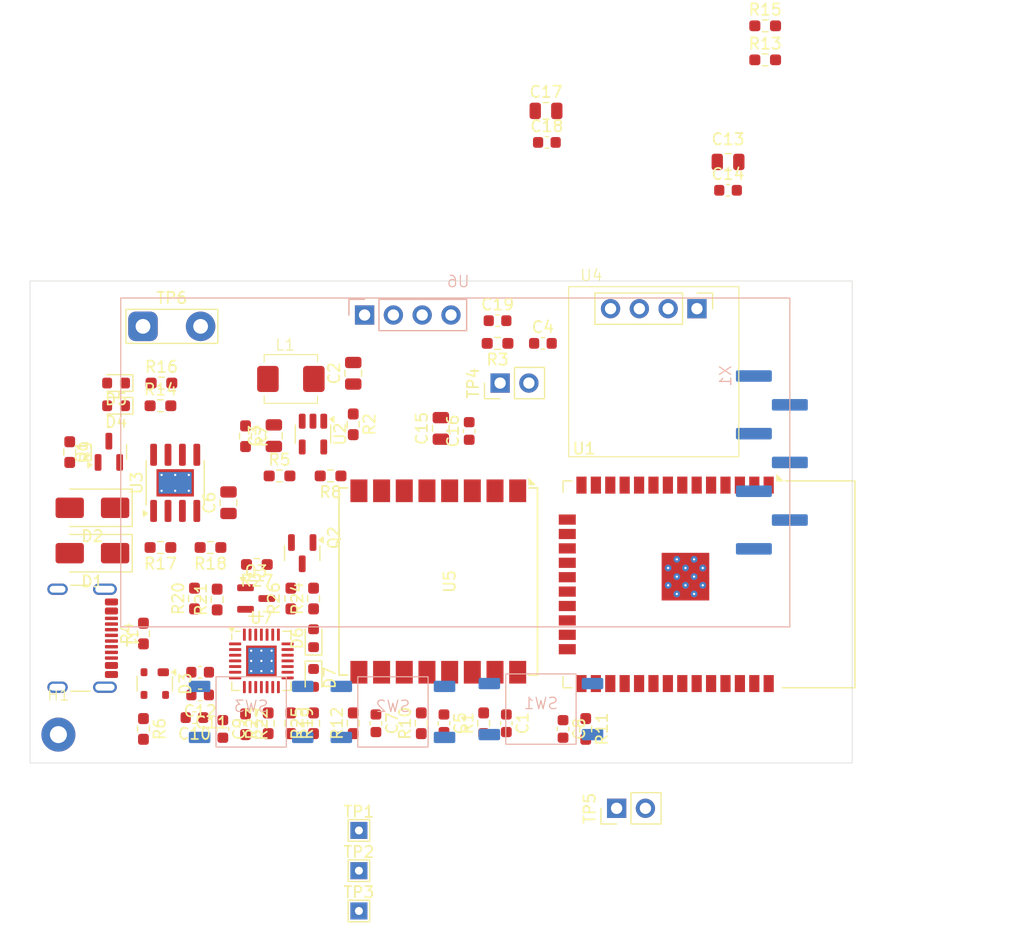
<source format=kicad_pcb>
(kicad_pcb (version 20241229) (generator "pcbnew") (generator_version "9.0")
  (layers (0 "F.Cu" signal) (2 "B.Cu" signal) (13 "F.Paste" user) (15 "B.Paste" user) (5 "F.SilkS" user "F.Silkscreen") (7 "B.SilkS" user "B.Silkscreen") (1 "F.Mask" user) (3 "B.Mask" user) (25 "Edge.Cuts" user))
  (net 0 "")
  (net 1 "Vusb")
  (net 2 "GND")
  (net 3 "Net-(D2-K)")
  (net 4 "+Vin")
  (net 6 "Net-(J1-CC2)")
  (net 8 "Net-(J1-CC1)")
  (net 9 "VDDcp")
  (net 10 "+Vch")
  (net 11 "/EN")
  (net 12 "/GPIO0")
  (net 13 "Net-(D5-K)")
  (net 14 "Net-(D6-K)")
  (net 15 "Net-(D6-A)")
  (net 17 "Net-(D7-A)")
  (net 20 "Net-(D4-K)")
  (net 21 "/BTN0")
  (net 22 "/BTN1")
  (net 23 "/D_N")
  (net 24 "/D_P")
  (net 25 "Net-(D7-K)")
  (net 26 "/BTN2")
  (net 27 "Net-(U2-SW)")
  (net 28 "+Vbat")
  (net 29 "/RTS")
  (net 30 "Net-(Q3-B)")
  (net 39 "Net-(R1-Pad1)")
  (net 41 "Net-(R2-Pad2)")
  (net 42 "/DTR")
  (net 43 "Net-(Q2-B)")
  (net 44 "Net-(U2-FB)")
  (net 45 "Net-(R10-Pad1)")
  (net 46 "/TXD")
  (net 47 "/RXD0")
  (net 48 "/TXD0")
  (net 49 "/RXD")
  (net 50 "/LORA_IRQ")
  (net 53 "/SPI_MISO")
  (net 55 "/SPI_CS")
  (net 56 "Net-(R12-Pad1)")
  (net 57 "/VBAT_S")
  (net 58 "Net-(U3-~{CHRG})")
  (net 59 "Net-(U3-~{STDBY})")
  (net 60 "Net-(R17-Pad1)")
  (net 61 "Net-(U3-PROG)")
  (net 62 "Net-(U7-~{RST})")
  (net 63 "Net-(U7-VBUS)")
  (net 71 "/SDA1")
  (net 73 "/SDA0")
  (net 74 "/SPI_CLK")
  (net 75 "/SCL0")
  (net 76 "/SCL1")
  (net 77 "/LORA_RST")
  (net 78 "/SPI_MOSI")
  (net 92 "/TFT_SDA")
  (net 93 "/TFT_RST")
  (net 94 "/TFT_BLK")
  (net 95 "/TFT_DC")
  (net 96 "/TFT_CLK")
  (net 97 "/TFT_CS")
  (footprint "Resistor_SMD:R_0603_1608Metric_Pad0.98x0.95mm_HandSolder" (layer "F.Cu") (at 212 101 90)
    (property "Reference" "R20" (at 0 -1.43 90) (layer "F.SilkS"))
    (property "Value" "470")
    (pad "1" smd roundrect (at -0.9125 0 90) (size 0.975 0.95) (layers "F.Cu" "F.Mask" "F.Paste") (net 46 "/TXD"))
    (pad "2" smd roundrect (at 0.9125 0 90) (size 0.975 0.95) (layers "F.Cu" "F.Mask" "F.Paste") (net 47 "/RXD0"))
  )
  (footprint "Capacitor_SMD:C_0603_1608Metric" (layer "F.Cu") (at 239.5 112 -90)
    (property "Reference" "C1" (at 0 -1.43 90) (layer "F.SilkS"))
    (property "Value" "100n")
    (pad "1" smd roundrect (at -0.775 0 270) (size 0.9 0.95) (layers "F.Cu" "F.Mask" "F.Paste") (net 21 "/BTN0"))
    (pad "2" smd roundrect (at 0.775 0 270) (size 0.9 0.95) (layers "F.Cu" "F.Mask" "F.Paste") (net 2 "GND"))
  )
  (footprint "weather_station_lib:BMP280_AHT20" (layer "F.Cu") (at 252.5 81)
    (property "Reference" "U4" (at -5.5 -8.5 0) (layer "F.SilkS") (effects (font (thickness 0.1))))
    (property "Value" "~")
    (pad "1" thru_hole rect (at 3.81 -5.56 270) (size 1.7 1.7) (drill 1) (layers "*.Cu" "*.Mask") (net 4 "+Vin"))
    (pad "2" thru_hole circle (at 1.27 -5.56 270) (size 1.7 1.7) (drill 1) (layers "*.Cu" "*.Mask") (net 73 "/SDA0"))
    (pad "3" thru_hole circle (at -1.27 -5.56 270) (size 1.7 1.7) (drill 1) (layers "*.Cu" "*.Mask") (net 2 "GND"))
    (pad "4" thru_hole circle (at -3.81 -5.56 270) (size 1.7 1.7) (drill 1) (layers "*.Cu" "*.Mask") (net 75 "/SCL0"))
  )
  (footprint "Resistor_SMD:R_0603_1608Metric_Pad0.98x0.95mm_HandSolder" (layer "F.Cu") (at 213.4125 96.5 180)
    (property "Reference" "R18" (at 0 -1.43 0) (layer "F.SilkS"))
    (property "Value" "1k")
    (pad "1" smd roundrect (at -0.9125 0 180) (size 0.975 0.95) (layers "F.Cu" "F.Mask" "F.Paste") (net 2 "GND"))
    (pad "2" smd roundrect (at 0.9125 0 180) (size 0.975 0.95) (layers "F.Cu" "F.Mask" "F.Paste") (net 60 "Net-(R17-Pad1)"))
  )
  (footprint "Capacitor_SMD:C_0603_1608Metric" (layer "F.Cu") (at 259.05 65)
    (property "Reference" "C14" (at 0 -1.43 0) (layer "F.SilkS"))
    (property "Value" "100n")
    (pad "1" smd roundrect (at -0.775 0) (size 0.9 0.95) (layers "F.Cu" "F.Mask" "F.Paste") (net 4 "+Vin"))
    (pad "2" smd roundrect (at 0.775 0) (size 0.9 0.95) (layers "F.Cu" "F.Mask" "F.Paste") (net 2 "GND"))
  )
  (footprint "Connector_USB:USB_C_Receptacle_GCT_USB4105-xx-A_16P_TopMnt_Horizontal" (layer "F.Cu") (at 201 104.5 -90)
    (property "Reference" "J1" (at 0 -5.5 270) (layer "F.SilkS"))
    (property "Value" "USB_C_Receptacle_USB2.0_16P")
    (pad "" np_thru_hole circle (at -2.89 -2.605 270) (size 0.65 0.65) (drill 0.65) (layers "*.Cu" "*.Mask"))
    (pad "" np_thru_hole circle (at 2.89 -2.605 270) (size 0.65 0.65) (drill 0.65) (layers "*.Cu" "*.Mask"))
    (pad "A1" smd roundrect (at -3.2 -3.68 270) (size 0.6 1.15) (layers "F.Cu" "F.Mask" "F.Paste") (net 2 "GND"))
    (pad "A4" smd roundrect (at -2.4 -3.68 270) (size 0.6 1.15) (layers "F.Cu" "F.Mask" "F.Paste") (net 1 "Vusb"))
    (pad "A5" smd roundrect (at -1.25 -3.68 270) (size 0.3 1.15) (layers "F.Cu" "F.Mask" "F.Paste") (net 8 "Net-(J1-CC1)"))
    (pad "A6" smd roundrect (at -0.25 -3.68 270) (size 0.3 1.15) (layers "F.Cu" "F.Mask" "F.Paste") (net 24 "/D_P"))
    (pad "A7" smd roundrect (at 0.25 -3.68 270) (size 0.3 1.15) (layers "F.Cu" "F.Mask" "F.Paste") (net 23 "/D_N"))
    (pad "A8" smd roundrect (at 1.25 -3.68 270) (size 0.3 1.15) (layers "F.Cu" "F.Mask" "F.Paste"))
    (pad "A9" smd roundrect (at 2.4 -3.68 270) (size 0.6 1.15) (layers "F.Cu" "F.Mask" "F.Paste") (net 1 "Vusb"))
    (pad "A12" smd roundrect (at 3.2 -3.68 270) (size 0.6 1.15) (layers "F.Cu" "F.Mask" "F.Paste") (net 2 "GND"))
    (pad "B1" smd roundrect (at 3.2 -3.68 270) (size 0.6 1.15) (layers "F.Cu" "F.Mask" "F.Paste") (net 2 "GND"))
    (pad "B4" smd roundrect (at 2.4 -3.68 270) (size 0.6 1.15) (layers "F.Cu" "F.Mask" "F.Paste") (net 1 "Vusb"))
    (pad "B5" smd roundrect (at 1.75 -3.68 270) (size 0.3 1.15) (layers "F.Cu" "F.Mask" "F.Paste") (net 6 "Net-(J1-CC2)"))
    (pad "B6" smd roundrect (at 0.75 -3.68 270) (size 0.3 1.15) (layers "F.Cu" "F.Mask" "F.Paste") (net 24 "/D_P"))
    (pad "B7" smd roundrect (at -0.75 -3.68 270) (size 0.3 1.15) (layers "F.Cu" "F.Mask" "F.Paste") (net 23 "/D_N"))
    (pad "B8" smd roundrect (at -1.75 -3.68 270) (size 0.3 1.15) (layers "F.Cu" "F.Mask" "F.Paste"))
    (pad "B9" smd roundrect (at -2.4 -3.68 270) (size 0.6 1.15) (layers "F.Cu" "F.Mask" "F.Paste") (net 1 "Vusb"))
    (pad "B12" smd roundrect (at -3.2 -3.68 270) (size 0.6 1.15) (layers "F.Cu" "F.Mask" "F.Paste") (net 2 "GND"))
    (pad "S1" thru_hole oval (at -4.32 -3.105 270) (size 1 2.1) (drill oval 0.6 1.7) (property pad_prop_heatsink) (layers "*.Cu" "*.Mask" "F.Paste") (net 2 "GND"))
    (pad "S1" thru_hole oval (at -4.32 1.075 270) (size 1 1.8) (drill oval 0.6 1.4) (property pad_prop_heatsink) (layers "*.Cu" "*.Mask" "F.Paste") (net 2 "GND"))
    (pad "S1" thru_hole oval (at 4.32 -3.105 270) (size 1 2.1) (drill oval 0.6 1.7) (property pad_prop_heatsink) (layers "*.Cu" "*.Mask" "F.Paste") (net 2 "GND"))
    (pad "S1" thru_hole oval (at 4.32 1.075 270) (size 1 1.8) (drill oval 0.6 1.4) (property pad_prop_heatsink) (layers "*.Cu" "*.Mask" "F.Paste") (net 2 "GND"))
  )
  (footprint "Package_TO_SOT_SMD:SOT-23-5" (layer "F.Cu") (at 222.45 86.5 -90)
    (property "Reference" "U2" (at 0 -2.4 90) (layer "F.SilkS"))
    (property "Value" "TLV62569")
    (pad "1" smd roundrect (at -1.1375 -0.95 270) (size 1.325 0.6) (layers "F.Cu" "F.Mask" "F.Paste") (net 3 "Net-(D2-K)"))
    (pad "2" smd roundrect (at -1.1375 0 270) (size 1.325 0.6) (layers "F.Cu" "F.Mask" "F.Paste") (net 2 "GND"))
    (pad "3" smd roundrect (at -1.1375 0.95 270) (size 1.325 0.6) (layers "F.Cu" "F.Mask" "F.Paste") (net 27 "Net-(U2-SW)"))
    (pad "4" smd roundrect (at 1.1375 0.95 270) (size 1.325 0.6) (layers "F.Cu" "F.Mask" "F.Paste") (net 3 "Net-(D2-K)"))
    (pad "5" smd roundrect (at 1.1375 -0.95 270) (size 1.325 0.6) (layers "F.Cu" "F.Mask" "F.Paste") (net 44 "Net-(U2-FB)"))
  )
  (footprint "Resistor_SMD:R_0603_1608Metric_Pad0.98x0.95mm_HandSolder" (layer "F.Cu") (at 216.5 112.0875 -90)
    (property "Reference" "R22" (at 0 -1.43 90) (layer "F.SilkS"))
    (property "Value" "22k1")
    (pad "1" smd roundrect (at -0.9125 0 270) (size 0.975 0.95) (layers "F.Cu" "F.Mask" "F.Paste") (net 63 "Net-(U7-VBUS)"))
    (pad "2" smd roundrect (at 0.9125 0 270) (size 0.975 0.95) (layers "F.Cu" "F.Mask" "F.Paste") (net 1 "Vusb"))
  )
  (footprint "Diode_SMD:D_SMA" (layer "F.Cu") (at 203 93 180)
    (property "Reference" "D2" (at 0 -2.5 0) (layer "F.SilkS"))
    (property "Value" "D_Schottky")
    (pad "1" smd roundrect (at -2 0 180) (size 2.5 1.8) (layers "F.Cu" "F.Mask" "F.Paste") (roundrect_rratio 0.1388888889) (net 3 "Net-(D2-K)"))
    (pad "2" smd roundrect (at 2 0 180) (size 2.5 1.8) (layers "F.Cu" "F.Mask" "F.Paste") (roundrect_rratio 0.1388888889) (net 1 "Vusb"))
  )
  (footprint "Resistor_SMD:R_0603_1608Metric_Pad0.98x0.95mm_HandSolder" (layer "F.Cu") (at 226 112 90)
    (property "Reference" "R12" (at 0 -1.43 90) (layer "F.SilkS"))
    (property "Value" "1k")
    (pad "1" smd roundrect (at -0.9125 0 90) (size 0.975 0.95) (layers "F.Cu" "F.Mask" "F.Paste") (net 56 "Net-(R12-Pad1)"))
    (pad "2" smd roundrect (at 0.9125 0 90) (size 0.975 0.95) (layers "F.Cu" "F.Mask" "F.Paste") (net 26 "/BTN2"))
  )
  (footprint "Capacitor_SMD:C_0805_2012Metric" (layer "F.Cu") (at 226 81.1375 90)
    (property "Reference" "C2" (at 0 -1.68 90) (layer "F.SilkS"))
    (property "Value" "22u")
    (pad "1" smd roundrect (at -0.95 0 90) (size 1 1.45) (layers "F.Cu" "F.Mask" "F.Paste") (net 4 "+Vin"))
    (pad "2" smd roundrect (at 0.95 0 90) (size 1 1.45) (layers "F.Cu" "F.Mask" "F.Paste") (net 2 "GND"))
  )
  (footprint "LED_SMD:LED_0603_1608Metric" (layer "F.Cu") (at 222.5 104.5 90)
    (property "Reference" "D6" (at 0 -1.43 90) (layer "F.SilkS"))
    (property "Value" "LED")
    (pad "1" smd roundrect (at -0.7875 0 90) (size 0.875 0.95) (layers "F.Cu" "F.Mask" "F.Paste") (net 14 "Net-(D6-K)"))
    (pad "2" smd roundrect (at 0.7875 0 90) (size 0.875 0.95) (layers "F.Cu" "F.Mask" "F.Paste") (net 15 "Net-(D6-A)"))
  )
  (footprint "Capacitor_SMD:C_0603_1608Metric" (layer "F.Cu") (at 212.5 109.5 180)
    (property "Reference" "C12" (at 0 -1.43 0) (layer "F.SilkS"))
    (property "Value" "4u7")
    (pad "1" smd roundrect (at -0.775 0 180) (size 0.9 0.95) (layers "F.Cu" "F.Mask" "F.Paste") (net 9 "VDDcp"))
    (pad "2" smd roundrect (at 0.775 0 180) (size 0.9 0.95) (layers "F.Cu" "F.Mask" "F.Paste") (net 2 "GND"))
  )
  (footprint "Capacitor_SMD:C_0805_2012Metric" (layer "F.Cu") (at 259.05 62.5)
    (property "Reference" "C13" (at 0 -2 0) (layer "F.SilkS"))
    (property "Value" "22u")
    (pad "1" smd roundrect (at -0.95 0) (size 1 1.45) (layers "F.Cu" "F.Mask" "F.Paste") (net 4 "+Vin"))
    (pad "2" smd roundrect (at 0.95 0) (size 1 1.45) (layers "F.Cu" "F.Mask" "F.Paste") (net 2 "GND"))
  )
  (footprint "Resistor_SMD:R_0603_1608Metric_Pad0.98x0.95mm_HandSolder" (layer "F.Cu") (at 238.725 78.5 180)
    (property "Reference" "R3" (at 0 -1.43 0) (layer "F.SilkS"))
    (property "Value" "12k")
    (pad "1" smd roundrect (at -0.9125 0 180) (size 0.975 0.95) (layers "F.Cu" "F.Mask" "F.Paste") (net 11 "/EN"))
    (pad "2" smd roundrect (at 0.9125 0 180) (size 0.975 0.95) (layers "F.Cu" "F.Mask" "F.Paste") (net 4 "+Vin"))
  )
  (footprint "Package_DFN_QFN:QFN-28-1EP_5x5mm_P0.5mm_EP2.7x2.7mm_ThermalVias" (layer "F.Cu") (at 217.9 106.5)
    (property "Reference" "U7" (at 0 -3.8 0) (layer "F.SilkS"))
    (property "Value" "CP2102N-Axx-xQFN28")
    (pad "1" smd roundrect (at -2.3125 -1.5) (size 1.075 0.25) (layers "F.Cu" "F.Mask" "F.Paste"))
    (pad "2" smd roundrect (at -2.3125 -1) (size 1.075 0.25) (layers "F.Cu" "F.Mask" "F.Paste"))
    (pad "3" smd roundrect (at -2.3125 -0.5) (size 1.075 0.25) (layers "F.Cu" "F.Mask" "F.Paste") (net 2 "GND"))
    (pad "4" smd roundrect (at -2.3125 0) (size 1.075 0.25) (layers "F.Cu" "F.Mask" "F.Paste") (net 24 "/D_P"))
    (pad "5" smd roundrect (at -2.3125 0.5) (size 1.075 0.25) (layers "F.Cu" "F.Mask" "F.Paste") (net 23 "/D_N"))
    (pad "6" smd roundrect (at -2.3125 1) (size 1.075 0.25) (layers "F.Cu" "F.Mask" "F.Paste") (net 9 "VDDcp"))
    (pad "7" smd roundrect (at -2.3125 1.5) (size 1.075 0.25) (layers "F.Cu" "F.Mask" "F.Paste") (net 1 "Vusb"))
    (pad "8" smd roundrect (at -1.5 2.3125) (size 0.25 1.075) (layers "F.Cu" "F.Mask" "F.Paste") (net 63 "Net-(U7-VBUS)"))
    (pad "9" smd roundrect (at -1 2.3125) (size 0.25 1.075) (layers "F.Cu" "F.Mask" "F.Paste") (net 62 "Net-(U7-~{RST})"))
    (pad "10" smd roundrect (at -0.5 2.3125) (size 0.25 1.075) (layers "F.Cu" "F.Mask" "F.Paste"))
    (pad "11" smd roundrect (at 0 2.3125) (size 0.25 1.075) (layers "F.Cu" "F.Mask" "F.Paste"))
    (pad "12" smd roundrect (at 0.5 2.3125) (size 0.25 1.075) (layers "F.Cu" "F.Mask" "F.Paste"))
    (pad "13" smd roundrect (at 1 2.3125) (size 0.25 1.075) (layers "F.Cu" "F.Mask" "F.Paste"))
    (pad "14" smd roundrect (at 1.5 2.3125) (size 0.25 1.075) (layers "F.Cu" "F.Mask" "F.Paste"))
    (pad "15" smd roundrect (at 2.3125 1.5) (size 1.075 0.25) (layers "F.Cu" "F.Mask" "F.Paste"))
    (pad "16" smd roundrect (at 2.3125 1) (size 1.075 0.25) (layers "F.Cu" "F.Mask" "F.Paste"))
    (pad "17" smd roundrect (at 2.3125 0.5) (size 1.075 0.25) (layers "F.Cu" "F.Mask" "F.Paste"))
    (pad "18" smd roundrect (at 2.3125 0) (size 1.075 0.25) (layers "F.Cu" "F.Mask" "F.Paste") (net 25 "Net-(D7-K)"))
    (pad "19" smd roundrect (at 2.3125 -0.5) (size 1.075 0.25) (layers "F.Cu" "F.Mask" "F.Paste") (net 14 "Net-(D6-K)"))
    (pad "20" smd roundrect (at 2.3125 -1) (size 1.075 0.25) (layers "F.Cu" "F.Mask" "F.Paste"))
    (pad "21" smd roundrect (at 2.3125 -1.5) (size 1.075 0.25) (layers "F.Cu" "F.Mask" "F.Paste"))
    (pad "22" smd roundrect (at 1.5 -2.3125) (size 0.25 1.075) (layers "F.Cu" "F.Mask" "F.Paste"))
    (pad "23" smd roundrect (at 1 -2.3125) (size 0.25 1.075) (layers "F.Cu" "F.Mask" "F.Paste"))
    (pad "24" smd roundrect (at 0.5 -2.3125) (size 0.25 1.075) (layers "F.Cu" "F.Mask" "F.Paste") (net 29 "/RTS"))
    (pad "25" smd roundrect (at 0 -2.3125) (size 0.25 1.075) (layers "F.Cu" "F.Mask" "F.Paste") (net 49 "/RXD"))
    (pad "26" smd roundrect (at -0.5 -2.3125) (size 0.25 1.075) (layers "F.Cu" "F.Mask" "F.Paste") (net 46 "/TXD"))
    (pad "27" smd roundrect (at -1 -2.3125) (size 0.25 1.075) (layers "F.Cu" "F.Mask" "F.Paste"))
    (pad "28" smd roundrect (at -1.5 -2.3125) (size 0.25 1.075) (layers "F.Cu" "F.Mask" "F.Paste") (net 42 "/DTR"))
    (pad "29" thru_hole circle (at -0.9 -0.9) (size 0.5 0.5) (drill 0.2) (property pad_prop_heatsink) (layers "*.Cu") (net 2 "GND"))
    (pad "29" thru_hole circle (at -0.9 0) (size 0.5 0.5) (drill 0.2) (property pad_prop_heatsink) (layers "*.Cu") (net 2 "GND"))
    (pad "29" thru_hole circle (at -0.9 0.9) (size 0.5 0.5) (drill 0.2) (property pad_prop_heatsink) (layers "*.Cu") (net 2 "GND"))
    (pad "29" thru_hole circle (at 0 -0.9) (size 0.5 0.5) (drill 0.2) (property pad_prop_heatsink) (layers "*.Cu") (net 2 "GND"))
    (pad "29" thru_hole circle (at 0 0) (size 0.5 0.5) (drill 0.2) (property pad_prop_heatsink) (layers "*.Cu") (net 2 "GND"))
    (pad "29" smd rect (at 0 0) (size 2.3 2.3) (property pad_prop_heatsink) (layers "B.Cu") (net 2 "GND"))
    (pad "29" smd rect (at 0 0) (size 2.7 2.7) (property pad_prop_heatsink) (layers "F.Cu" "F.Mask") (net 2 "GND"))
    (pad "29" thru_hole circle (at 0 0.9) (size 0.5 0.5) (drill 0.2) (property pad_prop_heatsink) (layers "*.Cu") (net 2 "GND"))
    (pad "29" thru_hole circle (at 0.9 -0.9) (size 0.5 0.5) (drill 0.2) (property pad_prop_heatsink) (layers "*.Cu") (net 2 "GND"))
    (pad "29" thru_hole circle (at 0.9 0) (size 0.5 0.5) (drill 0.2) (property pad_prop_heatsink) (layers "*.Cu") (net 2 "GND"))
    (pad "29" thru_hole circle (at 0.9 0.9) (size 0.5 0.5) (drill 0.2) (property pad_prop_heatsink) (layers "*.Cu") (net 2 "GND"))
  )
  (footprint "TestPoint:TestPoint_THTPad_1.5x1.5mm_Drill0.7mm" (layer "F.Cu") (at 226.5 128.55)
    (property "Reference" "TP3" (at 0 -1.648 0) (layer "F.SilkS"))
    (property "Value" "TestPoint")
    (pad "1" thru_hole rect (at 0 0) (size 1.5 1.5) (drill 0.7) (layers "*.Cu" "*.Mask") (net 47 "/RXD0"))
  )
  (footprint "Resistor_SMD:R_0603_1608Metric_Pad0.98x0.95mm_HandSolder" (layer "F.Cu") (at 201 88.0875 -90)
    (property "Reference" "R9" (at 0 -1.43 90) (layer "F.SilkS"))
    (property "Value" "12k")
    (pad "1" smd roundrect (at -0.9125 0 270) (size 0.975 0.95) (layers "F.Cu" "F.Mask" "F.Paste") (net 2 "GND"))
    (pad "2" smd roundrect (at 0.9125 0 270) (size 0.975 0.95) (layers "F.Cu" "F.Mask" "F.Paste") (net 1 "Vusb"))
  )
  (footprint "weather_station_lib:SOT-23_(pins_12_inverted)" (layer "F.Cu") (at 217.4375 101)
    (property "Reference" "Q3" (at 0 -2.4 0) (layer "F.SilkS"))
    (property "Value" "S8050")
    (pad "1" smd roundrect (at -0.9375 0.95) (size 1.475 0.6) (layers "F.Cu" "F.Mask" "F.Paste") (net 42 "/DTR"))
    (pad "2" smd roundrect (at -0.9375 -0.95) (size 1.475 0.6) (layers "F.Cu" "F.Mask" "F.Paste") (net 30 "Net-(Q3-B)"))
    (pad "3" smd roundrect (at 0.9375 0) (size 1.475 0.6) (layers "F.Cu" "F.Mask" "F.Paste") (net 12 "/GPIO0"))
  )
  (footprint "Diode_SMD:D_SMA" (layer "F.Cu") (at 203 97 180)
    (property "Reference" "D1" (at 0 -2.5 0) (layer "F.SilkS"))
    (property "Value" "D_Schottky")
    (pad "1" smd roundrect (at -2 0 180) (size 2.5 1.8) (layers "F.Cu" "F.Mask" "F.Paste") (roundrect_rratio 0.1388888889) (net 10 "+Vch"))
    (pad "2" smd roundrect (at 2 0 180) (size 2.5 1.8) (layers "F.Cu" "F.Mask" "F.Paste") (roundrect_rratio 0.1388888889) (net 1 "Vusb"))
  )
  (footprint "Capacitor_SMD:C_0603_1608Metric" (layer "F.Cu") (at 238.725 76.5)
    (property "Reference" "C19" (at 0 -1.43 0) (layer "F.SilkS"))
    (property "Value" "100n")
    (pad "1" smd roundrect (at -0.775 0) (size 0.9 0.95) (layers "F.Cu" "F.Mask" "F.Paste") (net 4 "+Vin"))
    (pad "2" smd roundrect (at 0.775 0) (size 0.9 0.95) (layers "F.Cu" "F.Mask" "F.Paste") (net 2 "GND"))
  )
  (footprint "Resistor_SMD:R_0603_1608Metric_Pad0.98x0.95mm_HandSolder" (layer "F.Cu") (at 218.5 112 90)
    (property "Reference" "R23" (at 0 -1.43 90) (layer "F.SilkS"))
    (property "Value" "47k5")
    (pad "1" smd roundrect (at -0.9125 0 90) (size 0.975 0.95) (layers "F.Cu" "F.Mask" "F.Paste") (net 2 "GND"))
    (pad "2" smd roundrect (at 0.9125 0 90) (size 0.975 0.95) (layers "F.Cu" "F.Mask" "F.Paste") (net 63 "Net-(U7-VBUS)"))
  )
  (footprint "Resistor_SMD:R_0603_1608Metric_Pad0.98x0.95mm_HandSolder" (layer "F.Cu") (at 237.5 112 90)
    (property "Reference" "R1" (at 0 -1.43 90) (layer "F.SilkS"))
    (property "Value" "1k")
    (pad "1" smd roundrect (at -0.9125 0 90) (size 0.975 0.95) (layers "F.Cu" "F.Mask" "F.Paste") (net 39 "Net-(R1-Pad1)"))
    (pad "2" smd roundrect (at 0.9125 0 90) (size 0.975 0.95) (layers "F.Cu" "F.Mask" "F.Paste") (net 21 "/BTN0"))
  )
  (footprint "Resistor_SMD:R_0603_1608Metric_Pad0.98x0.95mm_HandSolder" (layer "F.Cu") (at 217.5 98 180)
    (property "Reference" "R27" (at 0 -1.43 0) (layer "F.SilkS"))
    (property "Value" "12k")
    (pad "1" smd roundrect (at -0.9125 0 180) (size 0.975 0.95) (layers "F.Cu" "F.Mask" "F.Paste") (net 29 "/RTS"))
    (pad "2" smd roundrect (at 0.9125 0 180) (size 0.975 0.95) (layers "F.Cu" "F.Mask" "F.Paste") (net 30 "Net-(Q3-B)"))
  )
  (footprint "Resistor_SMD:R_0603_1608Metric_Pad0.98x0.95mm_HandSolder" (layer "F.Cu") (at 262.325 53.5)
    (property "Reference" "R13" (at 0 -1.43 0) (layer "F.SilkS"))
    (property "Value" "100k")
    (pad "1" smd roundrect (at -0.9125 0) (size 0.975 0.95) (layers "F.Cu" "F.Mask" "F.Paste") (net 57 "/VBAT_S"))
    (pad "2" smd roundrect (at 0.9125 0) (size 0.975 0.95) (layers "F.Cu" "F.Mask" "F.Paste") (net 28 "+Vbat"))
  )
  (footprint "TestPoint:TestPoint_THTPad_1.5x1.5mm_Drill0.7mm" (layer "F.Cu") (at 226.5 125)
    (property "Reference" "TP2" (at 0 -1.648 0) (layer "F.SilkS"))
    (property "Value" "TestPoint")
    (pad "1" thru_hole rect (at 0 0) (size 1.5 1.5) (drill 0.7) (layers "*.Cu" "*.Mask") (net 48 "/TXD0"))
  )
  (footprint "Resistor_SMD:R_0603_1608Metric_Pad0.98x0.95mm_HandSolder" (layer "F.Cu") (at 246.5 112.5 -90)
    (property "Reference" "R11" (at 0 -1.43 90) (layer "F.SilkS"))
    (property "Value" "12k")
    (pad "1" smd roundrect (at -0.9125 0 270) (size 0.975 0.95) (layers "F.Cu" "F.Mask" "F.Paste") (net 12 "/GPIO0"))
    (pad "2" smd roundrect (at 0.9125 0 270) (size 0.975 0.95) (layers "F.Cu" "F.Mask" "F.Paste") (net 4 "+Vin"))
  )
  (footprint "weather_station_lib:SOT-23_(pins_inverted)" (layer "F.Cu") (at 204.45 88.0625 90)
    (property "Reference" "Q1" (at 0 -2.4 90) (layer "F.SilkS"))
    (property "Value" "PMOS")
    (pad "1" smd roundrect (at 0.9375 0 90) (size 1.475 0.6) (layers "F.Cu" "F.Mask" "F.Paste") (net 28 "+Vbat"))
    (pad "2" smd roundrect (at -0.9375 -0.95 90) (size 1.475 0.6) (layers "F.Cu" "F.Mask" "F.Paste") (net 1 "Vusb"))
    (pad "3" smd roundrect (at -0.9375 0.95 90) (size 1.475 0.6) (layers "F.Cu" "F.Mask" "F.Paste") (net 3 "Net-(D2-K)"))
  )
  (footprint "Resistor_SMD:R_0603_1608Metric_Pad0.98x0.95mm_HandSolder" (layer "F.Cu") (at 214 101.0875 90)
    (property "Reference" "R21" (at 0 -1.43 90) (layer "F.SilkS"))
    (property "Value" "0")
    (pad "1" smd roundrect (at -0.9125 0 90) (size 0.975 0.95) (layers "F.Cu" "F.Mask" "F.Paste") (net 49 "/RXD"))
    (pad "2" smd roundrect (at 0.9125 0 90) (size 0.975 0.95) (layers "F.Cu" "F.Mask" "F.Paste") (net 48 "/TXD0"))
  )
  (footprint "Capacitor_SMD:C_0603_1608Metric" (layer "F.Cu") (at 214.5 112.5 -90)
    (property "Reference" "C9" (at 0 -1.43 90) (layer "F.SilkS"))
    (property "Value" "100n")
    (pad "1" smd roundrect (at -0.775 0 270) (size 0.9 0.95) (layers "F.Cu" "F.Mask" "F.Paste") (net 1 "Vusb"))
    (pad "2" smd roundrect (at 0.775 0 270) (size 0.9 0.95) (layers "F.Cu" "F.Mask" "F.Paste") (net 2 "GND"))
  )
  (footprint "Capacitor_SMD:C_0603_1608Metric" (layer "F.Cu") (at 244.5 112.5 -90)
    (property "Reference" "C8" (at 0 -1.43 90) (layer "F.SilkS"))
    (property "Value" "1n")
    (pad "1" smd roundrect (at -0.775 0 270) (size 0.9 0.95) (layers "F.Cu" "F.Mask" "F.Paste") (net 12 "/GPIO0"))
    (pad "2" smd roundrect (at 0.775 0 270) (size 0.9 0.95) (layers "F.Cu" "F.Mask" "F.Paste") (net 2 "GND"))
  )
  (footprint "weather_station_lib:Inductor_4.5x4.1x2" (layer "F.Cu") (at 220.5 81.6375)
    (property "Reference" "L1" (at -0.5 -3 0) (layer "F.SilkS") (effects (font (thickness 0.1))))
    (property "Value" "2u2")
    (pad "1" smd roundrect (at -2.025 0) (size 1.9 2.3) (layers "F.Cu" "F.Mask" "F.Paste") (roundrect_rratio 0.15) (net 27 "Net-(U2-SW)"))
    (pad "2" smd roundrect (at 2.025 0) (size 1.9 2.3) (layers "F.Cu" "F.Mask" "F.Paste") (roundrect_rratio 0.15) (net 4 "+Vin"))
  )
  (footprint "Resistor_SMD:R_0603_1608Metric_Pad0.98x0.95mm_HandSolder" (layer "F.Cu") (at 207.5 104.0875 90)
    (property "Reference" "R4" (at 0 -1.43 90) (layer "F.SilkS"))
    (property "Value" "5k1")
    (pad "1" smd roundrect (at -0.9125 0 90) (size 0.975 0.95) (layers "F.Cu" "F.Mask" "F.Paste") (net 8 "Net-(J1-CC1)"))
    (pad "2" smd roundrect (at 0.9125 0 90) (size 0.975 0.95) (layers "F.Cu" "F.Mask" "F.Paste") (net 2 "GND"))
  )
  (footprint "Capacitor_SMD:C_0603_1608Metric" (layer "F.Cu") (at 212 111.5 180)
    (property "Reference" "C10" (at 0 -1.43 0) (layer "F.SilkS"))
    (property "Value" "4u7")
    (pad "1" smd roundrect (at -0.775 0 180) (size 0.9 0.95) (layers "F.Cu" "F.Mask" "F.Paste") (net 1 "Vusb"))
    (pad "2" smd roundrect (at 0.775 0 180) (size 0.9 0.95) (layers "F.Cu" "F.Mask" "F.Paste") (net 2 "GND"))
  )
  (footprint "Capacitor_SMD:C_0805_2012Metric" (layer "F.Cu") (at 215 92.55 90)
    (property "Reference" "C6" (at 0 -1.68 90) (layer "F.SilkS"))
    (property "Value" "10u")
    (pad "1" smd roundrect (at -0.95 0 90) (size 1 1.45) (layers "F.Cu" "F.Mask" "F.Paste") (net 10 "+Vch"))
    (pad "2" smd roundrect (at 0.95 0 90) (size 1 1.45) (layers "F.Cu" "F.Mask" "F.Paste") (net 2 "GND"))
  )
  (footprint "weather_station_lib:mounting_hole_1.5" (layer "F.Cu") (at 200 113)
    (property "Reference" "H1" (at 0 -3.5 0) (layer "F.SilkS") (effects (font (thickness 0.1))))
    (property "Value" "MountingHole")
    (pad "" thru_hole circle (at 0 0) (size 3 3) (drill 1.5) (layers "*.Cu" "*.Mask"))
  )
  (footprint "TestPoint:TestPoint_THTPad_1.5x1.5mm_Drill0.7mm" (layer "F.Cu") (at 226.5 121.45)
    (property "Reference" "TP1" (at 0 -1.648 0) (layer "F.SilkS"))
    (property "Value" "TestPoint")
    (pad "1" thru_hole rect (at 0 0) (size 1.5 1.5) (drill 0.7) (layers "*.Cu" "*.Mask") (net 2 "GND"))
  )
  (footprint "Capacitor_SMD:C_0603_1608Metric" (layer "F.Cu") (at 236.225 86.225 90)
    (property "Reference" "C16" (at 0 -1.43 90) (layer "F.SilkS"))
    (property "Value" "100n")
    (pad "1" smd roundrect (at -0.775 0 90) (size 0.9 0.95) (layers "F.Cu" "F.Mask" "F.Paste") (net 4 "+Vin"))
    (pad "2" smd roundrect (at 0.775 0 90) (size 0.9 0.95) (layers "F.Cu" "F.Mask" "F.Paste") (net 2 "GND"))
  )
  (footprint "LED_SMD:LED_0603_1608Metric" (layer "F.Cu") (at 222.5 108 -90)
    (property "Reference" "D7" (at 0 -1.43 90) (layer "F.SilkS"))
    (property "Value" "LED")
    (pad "1" smd roundrect (at -0.7875 0 270) (size 0.875 0.95) (layers "F.Cu" "F.Mask" "F.Paste") (net 25 "Net-(D7-K)"))
    (pad "2" smd roundrect (at 0.7875 0 270) (size 0.875 0.95) (layers "F.Cu" "F.Mask" "F.Paste") (net 17 "Net-(D7-A)"))
  )
  (footprint "Resistor_SMD:R_0603_1608Metric_Pad0.98x0.95mm_HandSolder" (layer "F.Cu") (at 220.5 101 90)
    (property "Reference" "R26" (at 0 -1.5 90) (layer "F.SilkS"))
    (property "Value" "12k")
    (pad "1" smd roundrect (at -0.9125 0 90) (size 0.975 0.95) (layers "F.Cu" "F.Mask" "F.Paste") (net 42 "/DTR"))
    (pad "2" smd roundrect (at 0.9125 0 90) (size 0.975 0.95) (layers "F.Cu" "F.Mask" "F.Paste") (net 43 "Net-(Q2-B)"))
  )
  (footprint "Resistor_SMD:R_0603_1608Metric_Pad0.98x0.95mm_HandSolder" (layer "F.Cu") (at 209 84)
    (property "Reference" "R14" (at 0 -1.43 0) (layer "F.SilkS"))
    (property "Value" "1k")
    (pad "1" smd roundrect (at -0.9125 0) (size 0.975 0.95) (layers "F.Cu" "F.Mask" "F.Paste") (net 20 "Net-(D4-K)"))
    (pad "2" smd roundrect (at 0.9125 0) (size 0.975 0.95) (layers "F.Cu" "F.Mask" "F.Paste") (net 58 "Net-(U3-~{CHRG})"))
  )
  (footprint "Resistor_SMD:R_0603_1608Metric_Pad0.98x0.95mm_HandSolder" (layer "F.Cu") (at 219.5 90.1875)
    (property "Reference" "R5" (at 0 -1.43 0) (layer "F.SilkS"))
    (property "Value" "22k1")
    (pad "1" smd roundrect (at -0.9125 0) (size 0.975 0.95) (layers "F.Cu" "F.Mask" "F.Paste") (net 41 "Net-(R2-Pad2)"))
    (pad "2" smd roundrect (at 0.9125 0) (size 0.975 0.95) (layers "F.Cu" "F.Mask" "F.Paste") (net 44 "Net-(U2-FB)"))
  )
  (footprint "Capacitor_SMD:C_0603_1608Metric" (layer "F.Cu") (at 212.5 107.5 180)
    (property "Reference" "C11" (at -1 -4.43 0) (layer "F.SilkS"))
    (property "Value" "100n")
    (pad "1" smd roundrect (at -0.775 0 180) (size 0.9 0.95) (layers "F.Cu" "F.Mask" "F.Paste") (net 9 "VDDcp"))
    (pad "2" smd roundrect (at 0.775 0 180) (size 0.9 0.95) (layers "F.Cu" "F.Mask" "F.Paste") (net 2 "GND"))
  )
  (footprint "Resistor_SMD:R_0603_1608Metric_Pad0.98x0.95mm_HandSolder" (layer "F.Cu") (at 262.325 50.5)
    (property "Reference" "R15" (at 0 -1.43 0) (layer "F.SilkS"))
    (property "Value" "100k")
    (pad "1" smd roundrect (at -0.9125 0) (size 0.975 0.95) (layers "F.Cu" "F.Mask" "F.Paste") (net 2 "GND"))
    (pad "2" smd roundrect (at 0.9125 0) (size 0.975 0.95) (layers "F.Cu" "F.Mask" "F.Paste") (net 57 "/VBAT_S"))
  )
  (footprint "Capacitor_SMD:C_0805_2012Metric" (layer "F.Cu") (at 233.725 86 90)
    (property "Reference" "C15" (at 0 -1.68 90) (layer "F.SilkS"))
    (property "Value" "22u")
    (pad "1" smd roundrect (at -0.95 0 90) (size 1 1.45) (layers "F.Cu" "F.Mask" "F.Paste") (net 4 "+Vin"))
    (pad "2" smd roundrect (at 0.95 0 90) (size 1 1.45) (layers "F.Cu" "F.Mask" "F.Paste") (net 2 "GND"))
  )
  (footprint "Resistor_SMD:R_0603_1608Metric_Pad0.98x0.95mm_HandSolder" (layer "F.Cu") (at 222.5 112 90)
    (property "Reference" "R25" (at 0 -1.43 90) (layer "F.SilkS"))
    (property "Value" "1k")
    (pad "1" smd roundrect (at -0.9125 0 90) (size 0.975 0.95) (layers "F.Cu" "F.Mask" "F.Paste") (net 9 "VDDcp"))
    (pad "2" smd roundrect (at 0.9125 0 90) (size 0.975 0.95) (layers "F.Cu" "F.Mask" "F.Paste") (net 17 "Net-(D7-A)"))
  )
  (footprint "Resistor_SMD:R_0603_1608Metric_Pad0.98x0.95mm_HandSolder" (layer "F.Cu") (at 216.5 86.6875 -90)
    (property "Reference" "R7" (at 0 -1.43 90) (layer "F.SilkS"))
    (property "Value" "390k")
    (pad "1" smd roundrect (at -0.9125 0 270) (size 0.975 0.95) (layers "F.Cu" "F.Mask" "F.Paste") (net 2 "GND"))
    (pad "2" smd roundrect (at 0.9125 0 270) (size 0.975 0.95) (layers "F.Cu" "F.Mask" "F.Paste") (net 3 "Net-(D2-K)"))
  )
  (footprint "Package_TO_SOT_SMD:SOT-143" (layer "F.Cu") (at 208.5 108.5 -90)
    (property "Reference" "D3" (at 0.02 -2.7 90) (layer "F.SilkS"))
    (property "Value" "~")
    (pad "1" smd roundrect (at -1 -0.75 270) (size 0.7 1) (layers "F.Cu" "F.Mask" "F.Paste") (net 2 "GND"))
    (pad "2" smd roundrect (at -1 0.95 270) (size 0.7 0.6) (layers "F.Cu" "F.Mask" "F.Paste") (net 24 "/D_P"))
    (pad "3" smd roundrect (at 1 0.95 270) (size 0.7 0.6) (layers "F.Cu" "F.Mask" "F.Paste") (net 23 "/D_N"))
    (pad "4" smd roundrect (at 1 -0.95 270) (size 0.7 0.6) (layers "F.Cu" "F.Mask" "F.Paste") (net 1 "Vusb"))
  )
  (footprint "Capacitor_SMD:C_0805_2012Metric" (layer "F.Cu") (at 243 58)
    (property "Reference" "C17" (at 0 -1.68 0) (layer "F.SilkS"))
    (property "Value" "22u")
    (pad "1" smd roundrect (at -0.95 0) (size 1 1.45) (layers "F.Cu" "F.Mask" "F.Paste") (net 4 "+Vin"))
    (pad "2" smd roundrect (at 0.95 0) (size 1 1.45) (layers "F.Cu" "F.Mask" "F.Paste") (net 2 "GND"))
  )
  (footprint "Capacitor_SMD:C_0805_2012Metric" (layer "F.Cu") (at 219 86.6375 90)
    (property "Reference" "C3" (at 0 -1.68 90) (layer "F.SilkS"))
    (property "Value" "10u")
    (pad "1" smd roundrect (at -0.95 0 90) (size 1 1.45) (layers "F.Cu" "F.Mask" "F.Paste") (net 3 "Net-(D2-K)"))
    (pad "2" smd roundrect (at 0.95 0 90) (size 1 1.45) (layers "F.Cu" "F.Mask" "F.Paste") (net 2 "GND"))
  )
  (footprint "Resistor_SMD:R_0603_1608Metric_Pad0.98x0.95mm_HandSolder" (layer "F.Cu") (at 220.5 112 -90)
    (property "Reference" "R19" (at 0 -1.43 90) (layer "F.SilkS"))
    (property "Value" "1k")
    (pad "1" smd roundrect (at -0.9125 0 270) (size 0.975 0.95) (layers "F.Cu" "F.Mask" "F.Paste") (net 62 "Net-(U7-~{RST})"))
    (pad "2" smd roundrect (at 0.9125 0 270) (size 0.975 0.95) (layers "F.Cu" "F.Mask" "F.Paste") (net 9 "VDDcp"))
  )
  (footprint "Connector_PinHeader_2.54mm:PinHeader_1x02_P2.54mm_Vertical" (layer "F.Cu") (at 238.95 82 90)
    (property "Reference" "TP4" (at 0 -2.38 90) (layer "F.SilkS"))
    (property "Value" "TestPoint_2Pole")
    (pad "1" thru_hole rect (at 0 0 90) (size 1.7 1.7) (drill 1) (layers "*.Cu" "*.Mask") (net 2 "GND"))
    (pad "2" thru_hole circle (at 0 2.54 90) (size 1.7 1.7) (drill 1) (layers "*.Cu" "*.Mask") (net 11 "/EN"))
  )
  (footprint "Resistor_SMD:R_0603_1608Metric_Pad0.98x0.95mm_HandSolder" (layer "F.Cu") (at 207.5 112.5 -90)
    (property "Reference" "R6" (at 0 -1.43 90) (layer "F.SilkS"))
    (property "Value" "5k1")
    (pad "1" smd roundrect (at -0.9125 0 270) (size 0.975 0.95) (layers "F.Cu" "F.Mask" "F.Paste") (net 6 "Net-(J1-CC2)"))
    (pad "2" smd roundrect (at 0.9125 0 270) (size 0.975 0.95) (layers "F.Cu" "F.Mask" "F.Paste") (net 2 "GND"))
  )
  (footprint "Resistor_SMD:R_0603_1608Metric_Pad0.98x0.95mm_HandSolder" (layer "F.Cu") (at 222.5 101 90)
    (property "Reference" "R24" (at 0 -1.43 90) (layer "F.SilkS"))
    (property "Value" "1k")
    (pad "1" smd roundrect (at -0.9125 0 90) (size 0.975 0.95) (layers "F.Cu" "F.Mask" "F.Paste") (net 15 "Net-(D6-A)"))
    (pad "2" smd roundrect (at 0.9125 0 90) (size 0.975 0.95) (layers "F.Cu" "F.Mask" "F.Paste") (net 9 "VDDcp"))
  )
  (footprint "weather_station_lib:SOT-23_(pins_12_inverted)" (layer "F.Cu") (at 221.5 97 -90)
    (property "Reference" "Q2" (at -1.3625 -2.8 90) (layer "F.SilkS"))
    (property "Value" "S8050")
    (pad "1" smd roundrect (at -0.9375 0.95 270) (size 1.475 0.6) (layers "F.Cu" "F.Mask" "F.Paste") (net 29 "/RTS"))
    (pad "2" smd roundrect (at -0.9375 -0.95 270) (size 1.475 0.6) (layers "F.Cu" "F.Mask" "F.Paste") (net 43 "Net-(Q2-B)"))
    (pad "3" smd roundrect (at 0.9375 0 270) (size 1.475 0.6) (layers "F.Cu" "F.Mask" "F.Paste") (net 11 "/EN"))
  )
  (footprint "Resistor_SMD:R_0603_1608Metric_Pad0.98x0.95mm_HandSolder" (layer "F.Cu") (at 232 112 90)
    (property "Reference" "R10" (at 0 -1.43 90) (layer "F.SilkS"))
    (property "Value" "1k")
    (pad "1" smd roundrect (at -0.9125 0 90) (size 0.975 0.95) (layers "F.Cu" "F.Mask" "F.Paste") (net 45 "Net-(R10-Pad1)"))
    (pad "2" smd roundrect (at 0.9125 0 90) (size 0.975 0.95) (layers "F.Cu" "F.Mask" "F.Paste") (net 22 "/BTN1"))
  )
  (footprint "Resistor_SMD:R_0603_1608Metric_Pad0.98x0.95mm_HandSolder" (layer "F.Cu") (at 224 90.1875 180)
    (property "Reference" "R8" (at 0 -1.43 0) (layer "F.SilkS"))
    (property "Value" "100k")
    (pad "1" smd roundrect (at -0.9125 0 180) (size 0.975 0.95) (layers "F.Cu" "F.Mask" "F.Paste") (net 2 "GND"))
    (pad "2" smd roundrect (at 0.9125 0 180) (size 0.975 0.95) (layers "F.Cu" "F.Mask" "F.Paste") (net 44 "Net-(U2-FB)"))
  )
  (footprint "Resistor_SMD:R_0603_1608Metric_Pad0.98x0.95mm_HandSolder" (layer "F.Cu") (at 209 96.5 180)
    (property "Reference" "R17" (at 0 -1.43 0) (layer "F.SilkS"))
    (property "Value" "1k")
    (pad "1" smd roundrect (at -0.9125 0 180) (size 0.975 0.95) (layers "F.Cu" "F.Mask" "F.Paste") (net 60 "Net-(R17-Pad1)"))
    (pad "2" smd roundrect (at 0.9125 0 180) (size 0.975 0.95) (layers "F.Cu" "F.Mask" "F.Paste") (net 61 "Net-(U3-PROG)"))
  )
  (footprint "Package_SO:SOIC-8-1EP_3.9x4.9mm_P1.27mm_EP2.41x3.3mm_ThermalVias" (layer "F.Cu") (at 210.3 90.8 90)
    (property "Reference" "U3" (at 0 -3.4 90) (layer "F.SilkS"))
    (property "Value" "TP4056-42-ESOP8")
    (pad "1" smd roundrect (at -2.475 -1.905 90) (size 1.95 0.6) (layers "F.Cu" "F.Mask" "F.Paste") (net 2 "GND"))
    (pad "2" smd roundrect (at -2.475 -0.635 90) (size 1.95 0.6) (layers "F.Cu" "F.Mask" "F.Paste") (net 61 "Net-(U3-PROG)"))
    (pad "3" smd roundrect (at -2.475 0.635 90) (size 1.95 0.6) (layers "F.Cu" "F.Mask" "F.Paste") (net 2 "GND"))
    (pad "4" smd roundrect (at -2.475 1.905 90) (size 1.95 0.6) (layers "F.Cu" "F.Mask" "F.Paste") (net 10 "+Vch"))
    (pad "5" smd roundrect (at 2.475 1.905 90) (size 1.95 0.6) (layers "F.Cu" "F.Mask" "F.Paste") (net 28 "+Vbat"))
    (pad "6" smd roundrect (at 2.475 0.635 90) (size 1.95 0.6) (layers "F.Cu" "F.Mask" "F.Paste") (net 59 "Net-(U3-~{STDBY})"))
    (pad "7" smd roundrect (at 2.475 -0.635 90) (size 1.95 0.6) (layers "F.Cu" "F.Mask" "F.Paste") (net 58 "Net-(U3-~{CHRG})"))
    (pad "8" smd roundrect (at 2.475 -1.905 90) (size 1.95 0.6) (layers "F.Cu" "F.Mask" "F.Paste") (net 10 "+Vch"))
    (pad "9" thru_hole circle (at -0.7 -1.2 90) (size 0.5 0.5) (drill 0.2) (property pad_prop_heatsink) (layers "*.Cu") (net 2 "GND"))
    (pad "9" thru_hole circle (at -0.7 0 90) (size 0.5 0.5) (drill 0.2) (property pad_prop_heatsink) (layers "*.Cu") (net 2 "GND"))
    (pad "9" thru_hole circle (at -0.7 1.2 90) (size 0.5 0.5) (drill 0.2) (property pad_prop_heatsink) (layers "*.Cu") (net 2 "GND"))
    (pad "9" smd rect (at 0 0 90) (size 1.9 2.9) (property pad_prop_heatsink) (layers "B.Cu") (net 2 "GND"))
    (pad "9" smd rect (at 0 0 90) (size 2.41 3.3) (property pad_prop_heatsink) (layers "F.Cu" "F.Mask") (net 2 "GND"))
    (pad "9" thru_hole circle (at 0.7 -1.2 90) (size 0.5 0.5) (drill 0.2) (property pad_prop_heatsink) (layers "*.Cu") (net 2 "GND"))
    (pad "9" thru_hole circle (at 0.7 0 90) (size 0.5 0.5) (drill 0.2) (property pad_prop_heatsink) (layers "*.Cu") (net 2 "GND"))
    (pad "9" thru_hole circle (at 0.7 1.2 90) (size 0.5 0.5) (drill 0.2) (property pad_prop_heatsink) (layers "*.Cu") (net 2 "GND"))
  )
  (footprint "Capacitor_SMD:C_0603_1608Metric" (layer "F.Cu") (at 243.075 60.78)
    (property "Reference" "C18" (at 0 -1.43 0) (layer "F.SilkS"))
    (property "Value" "100n")
    (pad "1" smd roundrect (at -0.775 0) (size 0.9 0.95) (layers "F.Cu" "F.Mask" "F.Paste") (net 4 "+Vin"))
    (pad "2" smd roundrect (at 0.775 0) (size 0.9 0.95) (layers "F.Cu" "F.Mask" "F.Paste") (net 2 "GND"))
  )
  (footprint "Connector_PinHeader_2.54mm:PinHeader_1x02_P2.54mm_Vertical" (layer "F.Cu") (at 249.225 119.5 90)
    (property "Reference" "TP5" (at 0 -2.38 90) (layer "F.SilkS"))
    (property "Value" "TestPoint_2Pole")
    (pad "1" thru_hole rect (at 0 0 90) (size 1.7 1.7) (drill 1) (layers "*.Cu" "*.Mask") (net 2 "GND"))
    (pad "2" thru_hole circle (at 0 2.54 90) (size 1.7 1.7) (drill 1) (layers "*.Cu" "*.Mask") (net 12 "/GPIO0"))
  )
  (footprint "Resistor_SMD:R_0603_1608Metric_Pad0.98x0.95mm_HandSolder" (layer "F.Cu") (at 226 85.6375 -90)
    (property "Reference" "R2" (at 0 -1.43 90) (layer "F.SilkS"))
    (property "Value" "390k")
    (pad "1" smd roundrect (at -0.9125 0 270) (size 0.975 0.95) (layers "F.Cu" "F.Mask" "F.Paste") (net 4 "+Vin"))
    (pad "2" smd roundrect (at 0.9125 0 270) (size 0.975 0.95) (layers "F.Cu" "F.Mask" "F.Paste") (net 41 "Net-(R2-Pad2)"))
  )
  (footprint "LED_SMD:LED_0603_1608Metric" (layer "F.Cu") (at 205.0875 84 180)
    (property "Reference" "D4" (at 0 -1.43 0) (layer "F.SilkS"))
    (property "Value" "LED")
    (pad "1" smd roundrect (at -0.7875 0 180) (size 0.875 0.95) (layers "F.Cu" "F.Mask" "F.Paste") (net 20 "Net-(D4-K)"))
    (pad "2" smd roundrect (at 0.7875 0 180) (size 0.875 0.95) (layers "F.Cu" "F.Mask" "F.Paste") (net 10 "+Vch"))
  )
  (footprint "Capacitor_SMD:C_0603_1608Metric" (layer "F.Cu") (at 234 112 -90)
    (property "Reference" "C5" (at 0 -1.43 90) (layer "F.SilkS"))
    (property "Value" "100n")
    (pad "1" smd roundrect (at -0.775 0 270) (size 0.9 0.95) (layers "F.Cu" "F.Mask" "F.Paste") (net 22 "/BTN1"))
    (pad "2" smd roundrect (at 0.775 0 270) (size 0.9 0.95) (layers "F.Cu" "F.Mask" "F.Paste") (net 2 "GND"))
  )
  (footprint "TestPoint:TestPoint_2Pads_Pitch5.08mm_Drill1.3mm" (layer "F.Cu") (at 207.46 77)
    (property "Reference" "TP6" (at 2.54 -2.5 0) (layer "F.SilkS"))
    (property "Value" "TestPoint_2Pole")
    (pad "1" thru_hole roundrect (at 0 0) (size 2.6 2.6) (drill 1.3) (layers "*.Cu" "*.Mask") (net 28 "+Vbat"))
    (pad "2" thru_hole circle (at 5.08 0) (size 2.6 2.6) (drill 1.3) (layers "*.Cu" "*.Mask") (net 2 "GND"))
  )
  (footprint "LED_SMD:LED_0603_1608Metric" (layer "F.Cu") (at 205.0875 82 180)
    (property "Reference" "D5" (at 0 -1.43 0) (layer "F.SilkS"))
    (property "Value" "LED")
    (pad "1" smd roundrect (at -0.7875 0 180) (size 0.875 0.95) (layers "F.Cu" "F.Mask" "F.Paste") (net 13 "Net-(D5-K)"))
    (pad "2" smd roundrect (at 0.7875 0 180) (size 0.875 0.95) (layers "F.Cu" "F.Mask" "F.Paste") (net 10 "+Vch"))
  )
  (footprint "weather_station_lib:ESP32-WROOM-32 or ESP32S" (layer "F.Cu") (at 254.385 99.75 -90)
    (property "Reference" "U1" (at -11.9725 8.03 0) (layer "F.SilkS"))
    (property "Value" "~")
    (pad "1" smd rect (at -8.75 -8.25 270) (size 1.5 0.9) (layers "F.Cu" "F.Mask" "F.Paste") (net 2 "GND"))
    (pad "2" smd rect (at -8.75 -6.98 270) (size 1.5 0.9) (layers "F.Cu" "F.Mask" "F.Paste") (net 4 "+Vin"))
    (pad "3" smd rect (at -8.75 -5.71 270) (size 1.5 0.9) (layers "F.Cu" "F.Mask" "F.Paste") (net 11 "/EN"))
    (pad "4" smd rect (at -8.75 -4.44 270) (size 1.5 0.9) (layers "F.Cu" "F.Mask" "F.Paste"))
    (pad "5" smd rect (at -8.75 -3.17 270) (size 1.5 0.9) (layers "F.Cu" "F.Mask" "F.Paste"))
    (pad "6" smd rect (at -8.75 -1.9 270) (size 1.5 0.9) (layers "F.Cu" "F.Mask" "F.Paste") (net 71 "/SDA1"))
    (pad "7" smd rect (at -8.75 -0.63 270) (size 1.5 0.9) (layers "F.Cu" "F.Mask" "F.Paste") (net 76 "/SCL1"))
    (pad "8" smd rect (at -8.75 0.64 270) (size 1.5 0.9) (layers "F.Cu" "F.Mask" "F.Paste") (net 94 "/TFT_BLK"))
    (pad "9" smd rect (at -8.75 1.91 270) (size 1.5 0.9) (layers "F.Cu" "F.Mask" "F.Paste") (net 95 "/TFT_DC"))
    (pad "10" smd rect (at -8.75 3.18 270) (size 1.5 0.9) (layers "F.Cu" "F.Mask" "F.Paste") (net 57 "/VBAT_S"))
    (pad "11" smd rect (at -8.75 4.45 270) (size 1.5 0.9) (layers "F.Cu" "F.Mask" "F.Paste") (net 50 "/LORA_IRQ"))
    (pad "12" smd rect (at -8.75 5.72 270) (size 1.5 0.9) (layers "F.Cu" "F.Mask" "F.Paste") (net 77 "/LORA_RST"))
    (pad "13" smd rect (at -8.75 6.99 270) (size 1.5 0.9) (layers "F.Cu" "F.Mask" "F.Paste") (net 74 "/SPI_CLK"))
    (pad "14" smd rect (at -8.75 8.26 270) (size 1.5 0.9) (layers "F.Cu" "F.Mask" "F.Paste") (net 53 "/SPI_MISO"))
    (pad "15" smd rect (at -5.71 9.51) (size 1.5 0.9) (layers "F.Cu" "F.Mask" "F.Paste") (net 2 "GND"))
    (pad "16" smd rect (at -4.44 9.51) (size 1.5 0.9) (layers "F.Cu" "F.Mask" "F.Paste") (net 78 "/SPI_MOSI"))
    (pad "17" smd rect (at -3.17 9.51) (size 1.5 0.9) (layers "F.Cu" "F.Mask" "F.Paste"))
    (pad "18" smd rect (at -1.9 9.51) (size 1.5 0.9) (layers "F.Cu" "F.Mask" "F.Paste"))
    (pad "19" smd rect (at -0.63 9.51) (size 1.5 0.9) (layers "F.Cu" "F.Mask" "F.Paste"))
    (pad "20" smd rect (at 0.64 9.51) (size 1.5 0.9) (layers "F.Cu" "F.Mask" "F.Paste"))
    (pad "21" smd rect (at 1.91 9.51) (size 1.5 0.9) (layers "F.Cu" "F.Mask" "F.Paste"))
    (pad "22" smd rect (at 3.18 9.51) (size 1.5 0.9) (layers "F.Cu" "F.Mask" "F.Paste"))
    (pad "23" smd rect (at 4.45 9.51) (size 1.5 0.9) (layers "F.Cu" "F.Mask" "F.Paste") (net 55 "/SPI_CS"))
    (pad "24" smd rect (at 5.72 9.51) (size 1.5 0.9) (layers "F.Cu" "F.Mask" "F.Paste"))
    (pad "25" smd rect (at 8.75 8.26 270) (size 1.5 0.9) (layers "F.Cu" "F.Mask" "F.Paste") (net 12 "/GPIO0"))
    (pad "26" smd rect (at 8.75 6.99 270) (size 1.5 0.9) (layers "F.Cu" "F.Mask" "F.Paste") (net 26 "/BTN2"))
    (pad "27" smd rect (at 8.75 5.72 270) (size 1.5 0.9) (layers "F.Cu" "F.Mask" "F.Paste") (net 22 "/BTN1"))
    (pad "28" smd rect (at 8.75 4.45 270) (size 1.5 0.9) (layers "F.Cu" "F.Mask" "F.Paste") (net 93 "/TFT_RST"))
    (pad "29" smd rect (at 8.75 3.18 270) (size 1.5 0.9) (layers "F.Cu" "F.Mask" "F.Paste") (net 97 "/TFT_CS"))
    (pad "30" smd rect (at 8.75 1.91 270) (size 1.5 0.9) (layers "F.Cu" "F.Mask" "F.Paste") (net 96 "/TFT_CLK"))
    (pad "31" smd rect (at 8.75 0.64 270) (size 1.5 0.9) (layers "F.Cu" "F.Mask" "F.Paste") (net 21 "/BTN0"))
    (pad "32" smd rect (at 8.75 -0.63 270) (size 1.5 0.9) (layers "F.Cu" "F.Mask" "F.Paste"))
    (pad "33" smd rect (at 8.75 -1.9 270) (size 1.5 0.9) (layers "F.Cu" "F.Mask" "F.Paste") (net 73 "/SDA0"))
    (pad "34" smd rect (at 8.75 -3.17 270) (size 1.5 0.9) (layers "F.Cu" "F.Mask" "F.Paste") (net 47 "/RXD0"))
    (pad "35" smd rect (at 8.75 -4.44 270) (size 1.5 0.9) (layers "F.Cu" "F.Mask" "F.Paste") (net 48 "/TXD0"))
    (pad "36" smd rect (at 8.75 -5.71 270) (size 1.5 0.9) (layers "F.Cu" "F.Mask" "F.Paste") (net 75 "/SCL0"))
    (pad "37" smd rect (at 8.75 -6.98 270) (size 1.5 0.9) (layers "F.Cu" "F.Mask" "F.Paste") (net 92 "/TFT_SDA"))
    (pad "38" smd rect (at 8.75 -8.25 270) (size 1.5 0.9) (layers "F.Cu" "F.Mask" "F.Paste") (net 2 "GND"))
    (pad "39" smd rect (at -2.205 -2.435 270) (size 1.05 1.05) (layers "F.Cu" "F.Paste") (net 2 "GND"))
    (pad "39" thru_hole circle (at -2.205 -1.6725 270) (size 0.6 0.6) (drill 0.2) (property pad_prop_heatsink) (layers "*.Cu" "F.Mask") (net 2 "GND"))
    (pad "39" smd rect (at -2.205 -0.91 270) (size 1.05 1.05) (layers "F.Cu" "F.Paste") (net 2 "GND"))
    (pad "39" thru_hole circle (at -2.205 -0.1475 270) (size 0.6 0.6) (drill 0.2) (property pad_prop_heatsink) (layers "*.Cu" "F.Mask") (net 2 "GND"))
    (pad "39" smd rect (at -2.205 0.615 270) (size 1.05 1.05) (layers "F.Cu" "F.Paste") (net 2 "GND"))
    (pad "39" thru_hole circle (at -1.4425 -2.435 270) (size 0.6 0.6) (drill 0.2) (property pad_prop_heatsink) (layers "*.Cu" "F.Mask") (net 2 "GND"))
    (pad "39" thru_hole circle (at -1.4425 -0.91 270) (size 0.6 0.6) (drill 0.2) (property pad_prop_heatsink) (layers "*.Cu" "F.Mask") (net 2 "GND"))
    (pad "39" thru_hole circle (at -1.4425 0.615 270) (size 0.6 0.6) (drill 0.2) (property pad_prop_heatsink) (layers "*.Cu" "F.Mask") (net 2 "GND"))
    (pad "39" smd rect (at -0.68 -2.435 270) (size 1.05 1.05) (layers "F.Cu" "F.Paste") (net 2 "GND"))
    (pad "39" thru_hole circle (at -0.68 -1.6725 270) (size 0.6 0.6) (drill 0.2) (property pad_prop_heatsink) (layers "*.Cu" "F.Mask") (net 2 "GND"))
    (pad "39" smd rect (at -0.68 -0.91 270) (size 1.05 1.05) (layers "F.Cu" "F.Paste") (net 2 "GND"))
    (pad "39" smd rect (at -0.68 -0.91 270) (size 4.2 4.2) (property pad_prop_heatsink) (layers "F.Cu" "F.Mask") (net 2 "GND"))
    (pad "39" thru_hole circle (at -0.68 -0.1475 270) (size 0.6 0.6) (drill 0.2) (property pad_prop_heatsink) (layers "*.Cu" "F.Mask") (net 2 "GND"))
    (pad "39" smd rect (at -0.68 0.615 270) (size 1.05 1.05) (layers "F.Cu" "F.Paste") (net 2 "GND"))
    (pad "39" thru_hole circle (at 0.0825 -2.435 270) (size 0.6 0.6) (drill 0.2) (property pad_prop_heatsink) (layers "*.Cu" "F.Mask") (net 2 "GND"))
    (pad "39" thru_hole circle (at 0.0825 -0.91 270) (size 0.6 0.6) (drill 0.2) (property pad_prop_heatsink) (layers "*.Cu" "F.Mask") (net 2 "GND"))
    (pad "39" thru_hole circle (at 0.0825 0.615 270) (size 0.6 0.6) (drill 0.2) (property pad_prop_heatsink) (layers "*.Cu" "F.Mask") (net 2 "GND"))
    (pad "39" smd rect (at 0.845 -2.435 270) (size 1.05 1.05) (layers "F.Cu" "F.Paste") (net 2 "GND"))
    (pad "39" thru_hole circle (at 0.845 -1.6725 270) (size 0.6 0.6) (drill 0.2) (property pad_prop_heatsink) (layers "*.Cu" "F.Mask") (net 2 "GND"))
    (pad "39" smd rect (at 0.845 -0.91 270) (size 1.05 1.05) (layers "F.Cu" "F.Paste") (net 2 "GND"))
    (pad "39" thru_hole circle (at 0.845 -0.1475 270) (size 0.6 0.6) (drill 0.2) (property pad_prop_heatsink) (layers "*.Cu" "F.Mask") (net 2 "GND"))
    (pad "39" smd rect (at 0.845 0.615 270) (size 1.05 1.05) (layers "F.Cu" "F.Paste") (net 2 "GND"))
  )
  (footprint "Resistor_SMD:R_0603_1608Metric_Pad0.98x0.95mm_HandSolder" (layer "F.Cu") (at 209.0875 82)
    (property "Reference" "R16" (at 0 -1.43 0) (layer "F.SilkS"))
    (property "Value" "1k")
    (pad "1" smd roundrect (at -0.9125 0) (size 0.975 0.95) (layers "F.Cu" "F.Mask" "F.Paste") (net 13 "Net-(D5-K)"))
    (pad "2" smd roundrect (at 0.9125 0) (size 0.975 0.95) (layers "F.Cu" "F.Mask" "F.Paste") (net 59 "Net-(U3-~{STDBY})"))
  )
  (footprint "Capacitor_SMD:C_0603_1608Metric" (layer "F.Cu") (at 242.725 78.5)
    (property "Reference" "C4" (at 0 -1.43 0) (layer "F.SilkS"))
    (property "Value" "1n")
    (pad "1" smd roundrect (at -0.775 0) (size 0.9 0.95) (layers "F.Cu" "F.Mask" "F.Paste") (net 11 "/EN"))
    (pad "2" smd roundrect (at 0.775 0) (size 0.9 0.95) (layers "F.Cu" "F.Mask" "F.Paste") (net 2 "GND"))
  )
  (footprint "Capacitor_SMD:C_0603_1608Metric" (layer "F.Cu") (at 228 112 -90)
    (property "Reference" "C7" (at 0 -1.43 90) (layer "F.SilkS"))
    (property "Value" "100n")
    (pad "1" smd roundrect (at -0.775 0 270) (size 0.9 0.95) (layers "F.Cu" "F.Mask" "F.Paste") (net 26 "/BTN2"))
    (pad "2" smd roundrect (at 0.775 0 270) (size 0.9 0.95) (layers "F.Cu" "F.Mask" "F.Paste") (net 2 "GND"))
  )
  (footprint "RF_Module:Ai-Thinker-Ra-01-LoRa" (layer "F.Cu") (at 233.5 99.5 -90)
    (property "Reference" "U5" (at 0 -1 90) (layer "F.SilkS"))
    (property "Value" "Ai-Thinker-Ra-02")
    (pad "1" smd rect (at -8 -7 270) (size 2 1.5) (layers "F.Cu" "F.Mask" "F.Paste") (net 2 "GND"))
    (pad "2" smd rect (at -8 -5 270) (size 2 1.5) (layers "F.Cu" "F.Mask" "F.Paste") (net 2 "GND"))
    (pad "3" smd rect (at -8 -3 270) (size 2 1.5) (layers "F.Cu" "F.Mask" "F.Paste") (net 4 "+Vin"))
    (pad "4" smd rect (at -8 -1 270) (size 2 1.5) (layers "F.Cu" "F.Mask" "F.Paste") (net 77 "/LORA_RST"))
    (pad "5" smd rect (at -8 1 270) (size 2 1.5) (layers "F.Cu" "F.Mask" "F.Paste") (net 50 "/LORA_IRQ"))
    (pad "6" smd rect (at -8 3 270) (size 2 1.5) (layers "F.Cu" "F.Mask" "F.Paste"))
    (pad "7" smd rect (at -8 5 270) (size 2 1.5) (layers "F.Cu" "F.Mask" "F.Paste"))
    (pad "8" smd rect (at -8 7 270) (size 2 1.5) (layers "F.Cu" "F.Mask" "F.Paste"))
    (pad "9" smd rect (at 8 7 270) (size 2 1.5) (layers "F.Cu" "F.Mask" "F.Paste") (net 2 "GND"))
    (pad "10" smd rect (at 8 5 270) (size 2 1.5) (layers "F.Cu" "F.Mask" "F.Paste"))
    (pad "11" smd rect (at 8 3 270) (size 2 1.5) (layers "F.Cu" "F.Mask" "F.Paste"))
    (pad "12" smd rect (at 8 1 270) (size 2 1.5) (layers "F.Cu" "F.Mask" "F.Paste") (net 74 "/SPI_CLK"))
    (pad "13" smd rect (at 8 -1 270) (size 2 1.5) (layers "F.Cu" "F.Mask" "F.Paste") (net 53 "/SPI_MISO"))
    (pad "14" smd rect (at 8 -3 270) (size 2 1.5) (layers "F.Cu" "F.Mask" "F.Paste") (net 78 "/SPI_MOSI"))
    (pad "15" smd rect (at 8 -5 270) (size 2 1.5) (layers "F.Cu" "F.Mask" "F.Paste") (net 55 "/SPI_CS"))
    (pad "16" smd rect (at 8 -7 270) (size 2 1.5) (layers "F.Cu" "F.Mask" "F.Paste") (net 2 "GND"))
  )
  (footprint "weather_station_lib:0.96inch_lcd" (layer "B.Cu") (at 230.81 76 180)
    (property "Reference" "U6" (at -4.45 2.96 0) (layer "B.SilkS") (effects (font (thickness 0.1)) (justify mirror)))
    (property "Value" "~")
    (pad "1" thru_hole rect (at 3.81 0 270) (size 1.7 1.7) (drill 1) (layers "*.Cu" "*.Mask") (net 2 "GND"))
    (pad "2" thru_hole circle (at 1.27 0 270) (size 1.7 1.7) (drill 1) (layers "*.Cu" "*.Mask") (net 4 "+Vin"))
    (pad "3" thru_hole circle (at -1.27 0 270) (size 1.7 1.7) (drill 1) (layers "*.Cu" "*.Mask") (net 76 "/SCL1"))
    (pad "4" thru_hole circle (at -3.81 0 270) (size 1.7 1.7) (drill 1) (layers "*.Cu" "*.Mask") (net 71 "/SDA1"))
  )
  (footprint "weather_station_lib:tactile_switch_6x6" (layer "B.Cu") (at 229.5 111 180)
    (property "Reference" "SW2" (at 0 0.5 0) (layer "B.SilkS") (effects (font (thickness 0.1)) (justify mirror)))
    (property "Value" "SW_Push")
    (pad "1" smd roundrect (at -4.55 2.25 180) (size 1.9 1) (layers "B.Cu" "B.Mask" "B.Paste") (roundrect_rratio 0.15) (net 45 "Net-(R10-Pad1)"))
    (pad "2" smd roundrect (at 4.55 2.25 180) (size 1.9 1) (layers "B.Cu" "B.Mask" "B.Paste") (roundrect_rratio 0.15))
    (pad "3" smd roundrect (at -4.55 -2.25 180) (size 1.9 1) (layers "B.Cu" "B.Mask" "B.Paste") (roundrect_rratio 0.15))
    (pad "4" smd roundrect (at 4.55 -2.25 180) (size 1.9 1) (layers "B.Cu" "B.Mask" "B.Paste") (roundrect_rratio 0.15) (net 2 "GND"))
  )
  (footprint "weather_station_lib:tactile_switch_6x6" (layer "B.Cu") (at 242.55 110.75 180)
    (property "Reference" "SW1" (at 0 0.5 0) (layer "B.SilkS") (effects (font (thickness 0.1)) (justify mirror)))
    (property "Value" "SW_Push")
    (pad "1" smd roundrect (at -4.55 2.25 180) (size 1.9 1) (layers "B.Cu" "B.Mask" "B.Paste") (roundrect_rratio 0.15) (net 39 "Net-(R1-Pad1)"))
    (pad "2" smd roundrect (at 4.55 2.25 180) (size 1.9 1) (layers "B.Cu" "B.Mask" "B.Paste") (roundrect_rratio 0.15))
    (pad "3" smd roundrect (at -4.55 -2.25 180) (size 1.9 1) (layers "B.Cu" "B.Mask" "B.Paste") (roundrect_rratio 0.15))
    (pad "4" smd roundrect (at 4.55 -2.25 180) (size 1.9 1) (layers "B.Cu" "B.Mask" "B.Paste") (roundrect_rratio 0.15) (net 2 "GND"))
  )
  (footprint "weather_station_lib:tactile_switch_6x6" (layer "B.Cu") (at 217 111 180)
    (property "Reference" "SW3" (at 0 0.5 0) (layer "B.SilkS") (effects (font (thickness 0.1)) (justify mirror)))
    (property "Value" "SW_Push")
    (pad "1" smd roundrect (at -4.55 2.25 180) (size 1.9 1) (layers "B.Cu" "B.Mask" "B.Paste") (roundrect_rratio 0.15) (net 56 "Net-(R12-Pad1)"))
    (pad "2" smd roundrect (at 4.55 2.25 180) (size 1.9 1) (layers "B.Cu" "B.Mask" "B.Paste") (roundrect_rratio 0.15))
    (pad "3" smd roundrect (at -4.55 -2.25 180) (size 1.9 1) (layers "B.Cu" "B.Mask" "B.Paste") (roundrect_rratio 0.15))
    (pad "4" smd roundrect (at 4.55 -2.25 180) (size 1.9 1) (layers "B.Cu" "B.Mask" "B.Paste") (roundrect_rratio 0.15) (net 2 "GND"))
  )
  (footprint "weather_station_lib:Header_7x2.54_smt" (layer "B.Cu") (at 261.33 81.38 -90)
    (property "Reference" "X1" (at 0 2.5 90) (layer "B.SilkS") (effects (font (thickness 0.1)) (justify mirror)))
    (property "Value" "~")
    (pad "1" smd roundrect (at 0 0 270) (size 1.02 3.17) (layers "B.Cu" "B.Mask" "B.Paste") (roundrect_rratio 0.15) (net 2 "GND"))
    (pad "2" smd roundrect (at 2.54 -3.17 270) (size 1.02 3.17) (layers "B.Cu" "B.Mask" "B.Paste") (roundrect_rratio 0.15) (net 4 "+Vin"))
    (pad "3" smd roundrect (at 5.08 0 270) (size 1.02 3.17) (layers "B.Cu" "B.Mask" "B.Paste") (roundrect_rratio 0.15) (net 96 "/TFT_CLK"))
    (pad "4" smd roundrect (at 7.62 -3.17 270) (size 1.02 3.17) (layers "B.Cu" "B.Mask" "B.Paste") (roundrect_rratio 0.15) (net 92 "/TFT_SDA"))
    (pad "5" smd roundrect (at 10.16 0 270) (size 1.02 3.17) (layers "B.Cu" "B.Mask" "B.Paste") (roundrect_rratio 0.15) (net 93 "/TFT_RST"))
    (pad "6" smd roundrect (at 12.7 -3.17 270) (size 1.02 3.17) (layers "B.Cu" "B.Mask" "B.Paste") (roundrect_rratio 0.15) (net 95 "/TFT_DC"))
    (pad "7" smd roundrect (at 15.24 0 270) (size 1.02 3.17) (layers "B.Cu" "B.Mask" "B.Paste") (roundrect_rratio 0.15) (net 94 "/TFT_BLK"))
  )
  (gr_line (start 264.5 74.5) (end 205.5 74.5) (stroke (width 0.1)) (layer "B.SilkS"))
  (gr_line (start 205.5 74.5) (end 205.5 103.5) (stroke (width 0.1)) (layer "B.SilkS"))
  (gr_line (start 264.5 89) (end 264.5 103.5) (stroke (width 0.1)) (layer "B.SilkS"))
  (gr_line (start 264.5 103.5) (end 205.5 103.5) (stroke (width 0.1)) (layer "B.SilkS"))
  (gr_line (start 264.5 89) (end 264.5 74.5) (stroke (width 0.1)) (layer "B.SilkS"))
  (gr_rect (start 197.5 73) (end 270 115.5) (stroke (width 0.05)) (fill no) (layer "Edge.Cuts"))
)
</source>
